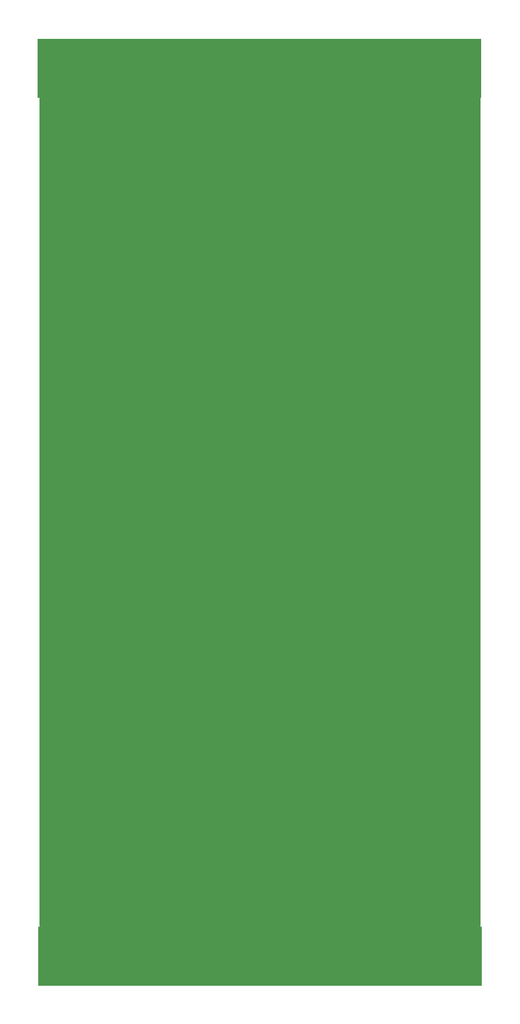
<source format=gbl>
G04 #@! TF.GenerationSoftware,KiCad,Pcbnew,(5.99.0-12261-ga2c28b18a8)*
G04 #@! TF.CreationDate,2021-10-12T13:18:41-07:00*
G04 #@! TF.ProjectId,SCMv3-faceplate-p2,53434d76-332d-4666-9163-65706c617465,rev?*
G04 #@! TF.SameCoordinates,Original*
G04 #@! TF.FileFunction,Copper,L2,Bot*
G04 #@! TF.FilePolarity,Positive*
%FSLAX46Y46*%
G04 Gerber Fmt 4.6, Leading zero omitted, Abs format (unit mm)*
G04 Created by KiCad (PCBNEW (5.99.0-12261-ga2c28b18a8)) date 2021-10-12 13:18:41*
%MOMM*%
%LPD*%
G01*
G04 APERTURE LIST*
G04 #@! TA.AperFunction,SMDPad,CuDef*
%ADD10R,60.000000X8.000000*%
G04 #@! TD*
G04 #@! TA.AperFunction,ComponentPad*
%ADD11C,3.175000*%
G04 #@! TD*
G04 #@! TA.AperFunction,ComponentPad*
%ADD12C,7.620000*%
G04 #@! TD*
G04 #@! TA.AperFunction,ComponentPad*
%ADD13C,7.112000*%
G04 #@! TD*
G04 #@! TA.AperFunction,ComponentPad*
%ADD14C,8.051800*%
G04 #@! TD*
G04 #@! TA.AperFunction,ComponentPad*
%ADD15O,7.366000X4.191000*%
G04 #@! TD*
G04 APERTURE END LIST*
D10*
X29300000Y-115430000D03*
X29210000Y4460000D03*
D11*
X18356580Y-104648000D03*
D12*
X27381200Y-21729700D03*
X7366000Y-55118000D03*
D11*
X18356580Y-79883000D03*
X18356580Y-55118000D03*
X18356580Y-17970500D03*
D12*
X7366000Y-79883000D03*
D11*
X18356580Y-67500500D03*
X18356580Y-30353000D03*
D13*
X50876200Y-9029700D03*
D11*
X18356580Y-5588000D03*
D13*
X50876200Y-61988700D03*
D11*
X18356580Y-42735500D03*
D12*
X27381200Y-85229700D03*
X27381200Y-47129700D03*
X7366000Y-67500500D03*
X7366000Y-92265500D03*
X27381200Y-59829700D03*
X7366000Y-5588000D03*
D14*
X50876200Y-104990900D03*
D12*
X27381200Y-97929700D03*
X27381200Y-72529700D03*
X7366000Y-104648000D03*
D13*
X50876200Y-79641700D03*
X50876200Y-26682700D03*
D12*
X7366000Y-42735500D03*
X7366000Y-30353000D03*
D11*
X18356580Y-92265500D03*
D13*
X50876200Y-44335700D03*
D12*
X27381200Y-34429700D03*
X27381200Y-9029700D03*
D14*
X50876200Y-93052900D03*
D12*
X7366000Y-17970500D03*
D15*
X52144000Y-116688300D03*
X6529999Y-116688300D03*
X52144000Y5817300D03*
X6529999Y5817300D03*
G04 #@! TA.AperFunction,Conductor*
G36*
X59071121Y8286498D02*
G01*
X59117614Y8232842D01*
X59129000Y8180500D01*
X59129000Y-119051500D01*
X59108998Y-119119621D01*
X59055342Y-119166114D01*
X59003000Y-119177500D01*
X-329000Y-119177500D01*
X-397121Y-119157498D01*
X-443614Y-119103842D01*
X-455000Y-119051500D01*
X-455000Y8180500D01*
X-434998Y8248621D01*
X-381342Y8295114D01*
X-329000Y8306500D01*
X59003000Y8306500D01*
X59071121Y8286498D01*
G37*
G04 #@! TD.AperFunction*
M02*

</source>
